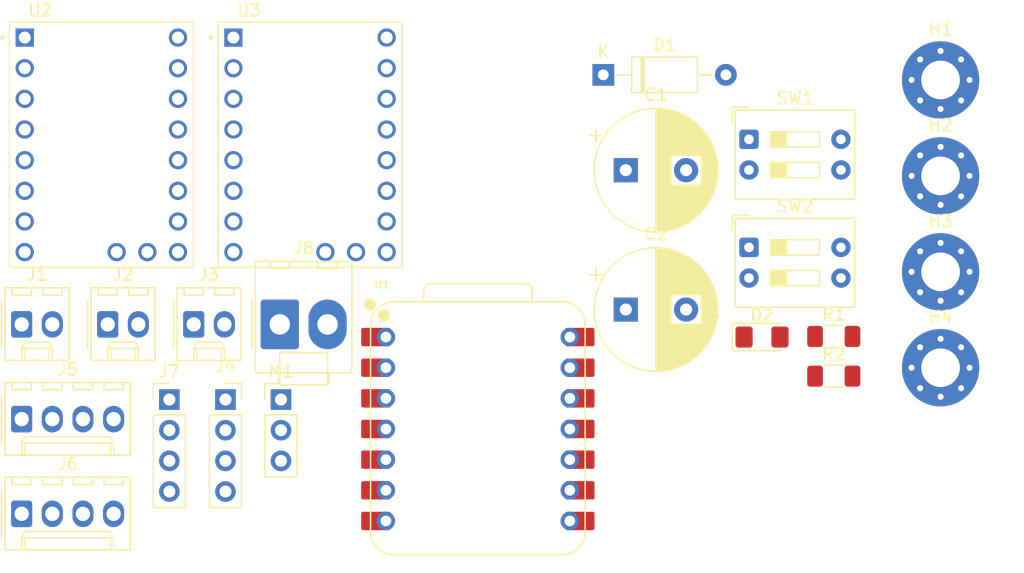
<source format=kicad_pcb>
(kicad_pcb (version 20241229) (generator "pcbnew") (generator_version "9.0")
  (layers (0 "F.Cu" signal) (2 "B.Cu" signal) (13 "F.Paste" user) (15 "B.Paste" user) (5 "F.SilkS" user "F.Silkscreen") (7 "B.SilkS" user "B.Silkscreen") (1 "F.Mask" user) (3 "B.Mask" user) (25 "Edge.Cuts" user))
  (net 0 "")
  (net 1 "SCL")
  (net 2 "SDA")
  (net 3 "Net-(J5-Pin_1)")
  (net 4 "Net-(J5-Pin_3)")
  (net 5 "Net-(J5-Pin_2)")
  (net 6 "Net-(J5-Pin_4)")
  (net 7 "Net-(J6-Pin_3)")
  (net 8 "Net-(J6-Pin_2)")
  (net 9 "Net-(J6-Pin_4)")
  (net 10 "Net-(J6-Pin_1)")
  (net 13 "Servo")
  (net 14 "StepG")
  (net 16 "StepD")
  (net 17 "DirD")
  (net 18 "EN")
  (net 19 "DirG")
  (net 30 "+5V")
  (net 31 "GND")
  (net 32 "Net-(D1-K)")
  (net 33 "Net-(D2-A)")
  (net 34 "switch_1")
  (net 35 "switch_2")
  (net 36 "+BATT")
  (net 37 "+3.3V")
  (net 38 "Net-(M1-PWM)")
  (net 39 "Net-(U2-MS2)")
  (net 40 "Net-(U2-MS1)")
  (net 41 "Net-(U3-MS2)")
  (net 42 "Net-(U3-MS1)")
  (footprint "MountingHole:MountingHole_3.2mm_M3_Pad_Via" (layer "F.Cu") (at 206.302944 89.402944)
    (property "Reference" "H2" (at 0 -4.2 0) (layer "F.SilkS"))
    (property "Value" "MountingHole_Pad")
    (pad "1" thru_hole circle (at -2.4 0) (size 0.8 0.8) (drill 0.5) (layers "*.Cu" "*.Mask") (net 31 "GND"))
    (pad "1" thru_hole circle (at -1.697056 -1.697056) (size 0.8 0.8) (drill 0.5) (layers "*.Cu" "*.Mask") (net 31 "GND"))
    (pad "1" thru_hole circle (at -1.697056 1.697056) (size 0.8 0.8) (drill 0.5) (layers "*.Cu" "*.Mask") (net 31 "GND"))
    (pad "1" thru_hole circle (at 0 -2.4) (size 0.8 0.8) (drill 0.5) (layers "*.Cu" "*.Mask") (net 31 "GND"))
    (pad "1" thru_hole circle (at 0 0) (size 6.4 6.4) (drill 3.2) (layers "*.Cu" "*.Mask") (net 31 "GND"))
    (pad "1" thru_hole circle (at 0 2.4) (size 0.8 0.8) (drill 0.5) (layers "*.Cu" "*.Mask") (net 31 "GND"))
    (pad "1" thru_hole circle (at 1.697056 -1.697056) (size 0.8 0.8) (drill 0.5) (layers "*.Cu" "*.Mask") (net 31 "GND"))
    (pad "1" thru_hole circle (at 1.697056 1.697056) (size 0.8 0.8) (drill 0.5) (layers "*.Cu" "*.Mask") (net 31 "GND"))
    (pad "1" thru_hole circle (at 2.4 0) (size 0.8 0.8) (drill 0.5) (layers "*.Cu" "*.Mask") (net 31 "GND"))
  )
  (footprint "Connector_PinHeader_2.54mm:PinHeader_1x04_P2.54mm_Vertical" (layer "F.Cu") (at 142.389 107.9405)
    (property "Reference" "J7" (at 0 -2.33 0) (layer "F.SilkS"))
    (property "Value" "SensorUltrasonic")
    (pad "1" thru_hole rect (at 0 0) (size 1.7 1.7) (drill 1) (layers "*.Cu" "*.Mask") (net 2 "SDA"))
    (pad "2" thru_hole oval (at 0 2.54) (size 1.7 1.7) (drill 1) (layers "*.Cu" "*.Mask") (net 1 "SCL"))
    (pad "3" thru_hole oval (at 0 5.08) (size 1.7 1.7) (drill 1) (layers "*.Cu" "*.Mask"))
    (pad "4" thru_hole oval (at 0 7.62) (size 1.7 1.7) (drill 1) (layers "*.Cu" "*.Mask"))
  )
  (footprint "Connector_Molex:Molex_KK-254_AE-6410-02A_1x02_P2.54mm_Vertical" (layer "F.Cu") (at 130.149 101.7105)
    (property "Reference" "J1" (at 1.27 -4.12 0) (layer "F.SilkS"))
    (property "Value" "Tirette")
    (pad "1" thru_hole roundrect (at 0 0) (size 1.74 2.19) (drill 1.19) (layers "*.Cu" "*.Mask") (roundrect_rratio 0.143678) (net 34 "switch_1"))
    (pad "2" thru_hole oval (at 2.54 0) (size 1.74 2.19) (drill 1.19) (layers "*.Cu" "*.Mask") (net 31 "GND"))
  )
  (footprint "Connector_Molex:Molex_KK-254_AE-6410-02A_1x02_P2.54mm_Vertical" (layer "F.Cu") (at 137.279 101.7105)
    (property "Reference" "J2" (at 1.27 -4.12 0) (layer "F.SilkS"))
    (property "Value" "Team")
    (pad "1" thru_hole roundrect (at 0 0) (size 1.74 2.19) (drill 1.19) (layers "*.Cu" "*.Mask") (roundrect_rratio 0.143678) (net 35 "switch_2"))
    (pad "2" thru_hole oval (at 2.54 0) (size 1.74 2.19) (drill 1.19) (layers "*.Cu" "*.Mask") (net 31 "GND"))
  )
  (footprint "MountingHole:MountingHole_3.2mm_M3_Pad_Via" (layer "F.Cu") (at 206.302944 81.452944)
    (property "Reference" "H1" (at 0 -4.2 0) (layer "F.SilkS"))
    (property "Value" "MountingHole_Pad")
    (pad "1" thru_hole circle (at -2.4 0) (size 0.8 0.8) (drill 0.5) (layers "*.Cu" "*.Mask") (net 31 "GND"))
    (pad "1" thru_hole circle (at -1.697056 -1.697056) (size 0.8 0.8) (drill 0.5) (layers "*.Cu" "*.Mask") (net 31 "GND"))
    (pad "1" thru_hole circle (at -1.697056 1.697056) (size 0.8 0.8) (drill 0.5) (layers "*.Cu" "*.Mask") (net 31 "GND"))
    (pad "1" thru_hole circle (at 0 -2.4) (size 0.8 0.8) (drill 0.5) (layers "*.Cu" "*.Mask") (net 31 "GND"))
    (pad "1" thru_hole circle (at 0 0) (size 6.4 6.4) (drill 3.2) (layers "*.Cu" "*.Mask") (net 31 "GND"))
    (pad "1" thru_hole circle (at 0 2.4) (size 0.8 0.8) (drill 0.5) (layers "*.Cu" "*.Mask") (net 31 "GND"))
    (pad "1" thru_hole circle (at 1.697056 -1.697056) (size 0.8 0.8) (drill 0.5) (layers "*.Cu" "*.Mask") (net 31 "GND"))
    (pad "1" thru_hole circle (at 1.697056 1.697056) (size 0.8 0.8) (drill 0.5) (layers "*.Cu" "*.Mask") (net 31 "GND"))
    (pad "1" thru_hole circle (at 2.4 0) (size 0.8 0.8) (drill 0.5) (layers "*.Cu" "*.Mask") (net 31 "GND"))
  )
  (footprint "Connector_Molex:Molex_KK-254_AE-6410-04A_1x04_P2.54mm_Vertical" (layer "F.Cu") (at 130.149 117.4105)
    (property "Reference" "J6" (at 3.81 -4.12 0) (layer "F.SilkS"))
    (property "Value" "Conn_01x04")
    (pad "1" thru_hole roundrect (at 0 0) (size 1.74 2.19) (drill 1.19) (layers "*.Cu" "*.Mask") (roundrect_rratio 0.143678) (net 10 "Net-(J6-Pin_1)"))
    (pad "2" thru_hole oval (at 2.54 0) (size 1.74 2.19) (drill 1.19) (layers "*.Cu" "*.Mask") (net 8 "Net-(J6-Pin_2)"))
    (pad "3" thru_hole oval (at 5.08 0) (size 1.74 2.19) (drill 1.19) (layers "*.Cu" "*.Mask") (net 7 "Net-(J6-Pin_3)"))
    (pad "4" thru_hole oval (at 7.62 0) (size 1.74 2.19) (drill 1.19) (layers "*.Cu" "*.Mask") (net 9 "Net-(J6-Pin_4)"))
  )
  (footprint "Button_Switch_THT:SW_DIP_SPSTx02_Slide_9.78x7.26mm_W7.62mm_P2.54mm" (layer "F.Cu") (at 190.425 95.33)
    (property "Reference" "SW2" (at 3.81 -3.42 0) (layer "F.SilkS"))
    (property "Value" "SW_DIP_x02")
    (pad "1" thru_hole roundrect (at 0 0) (size 1.6 1.6) (drill 0.8) (layers "*.Cu" "*.Mask") (roundrect_rratio 0.15625) (net 37 "+3.3V"))
    (pad "2" thru_hole circle (at 0 2.54) (size 1.6 1.6) (drill 0.8) (layers "*.Cu" "*.Mask") (net 37 "+3.3V"))
    (pad "3" thru_hole circle (at 7.62 2.54) (size 1.6 1.6) (drill 0.8) (layers "*.Cu" "*.Mask") (net 41 "Net-(U3-MS2)"))
    (pad "4" thru_hole circle (at 7.62 0) (size 1.6 1.6) (drill 0.8) (layers "*.Cu" "*.Mask") (net 42 "Net-(U3-MS1)"))
  )
  (footprint "Seeed Studio XIAO Series Library:XIAO-ESP32C6-DIP" (layer "F.Cu") (at 168 110.38)
    (property "Reference" "U1" (at -8 -12 0) (layer "F.SilkS") (effects (font (size 0.635 0.635) (thickness 0.1016))))
    (property "Value" "XIAO-ESP32-S3-DIP")
    (pad "1" smd roundrect (at -8.5 -7.62 180) (size 2.432 1.524) (layers "F.Cu" "F.Mask") (roundrect_rratio 0.1) (net 18 "EN"))
    (pad "1" thru_hole circle (at -7.665 -7.62 180) (size 1.524 1.524) (drill 0.889) (layers "*.Cu" "*.Mask") (net 18 "EN"))
    (pad "2" smd roundrect (at -8.5 -5.08 180) (size 2.432 1.524) (layers "F.Cu" "F.Mask") (roundrect_rratio 0.1) (net 14 "StepG"))
    (pad "2" thru_hole circle (at -7.665 -5.08 180) (size 1.524 1.524) (drill 0.889) (layers "*.Cu" "*.Mask") (net 14 "StepG"))
    (pad "3" smd roundrect (at -8.5 -2.54 180) (size 2.432 1.524) (layers "F.Cu" "F.Mask") (roundrect_rratio 0.1) (net 19 "DirG"))
    (pad "3" thru_hole circle (at -7.665 -2.54 180) (size 1.524 1.524) (drill 0.889) (layers "*.Cu" "*.Mask") (net 19 "DirG"))
    (pad "4" smd roundrect (at -8.5 0 180) (size 2.432 1.524) (layers "F.Cu" "F.Mask") (roundrect_rratio 0.1) (net 16 "StepD"))
    (pad "4" thru_hole circle (at -7.665 0 180) (size 1.524 1.524) (drill 0.889) (layers "*.Cu" "*.Mask") (net 16 "StepD"))
    (pad "5" smd roundrect (at -8.5 2.54 180) (size 2.432 1.524) (layers "F.Cu" "F.Mask") (roundrect_rratio 0.1) (net 2 "SDA"))
    (pad "5" thru_hole circle (at -7.665 2.54 180) (size 1.524 1.524) (drill 0.889) (layers "*.Cu" "*.Mask") (net 2 "SDA"))
    (pad "6" smd roundrect (at -8.5 5.08 180) (size 2.432 1.524) (layers "F.Cu" "F.Mask") (roundrect_rratio 0.1) (net 1 "SCL"))
    (pad "6" thru_hole circle (at -7.665 5.08 180) (size 1.524 1.524) (drill 0.889) (layers "*.Cu" "*.Mask") (net 1 "SCL"))
    (pad "7" smd roundrect (at -8.5 7.62 180) (size 2.432 1.524) (layers "F.Cu" "F.Mask") (roundrect_rratio 0.1) (net 17 "DirD"))
    (pad "7" thru_hole circle (at -7.665 7.62 180) (size 1.524 1.524) (drill 0.889) (layers "*.Cu" "*.Mask") (net 17 "DirD"))
    (pad "8" thru_hole circle (at 7.575 7.62) (size 1.524 1.524) (drill 0.889) (layers "*.Cu" "*.Mask") (net 13 "Servo"))
    (pad "8" smd roundrect (at 8.41 7.62) (size 2.432 1.524) (layers "F.Cu" "F.Mask") (roundrect_rratio 0.1) (net 13 "Servo"))
    (pad "9" thru_hole circle (at 7.575 5.08) (size 1.524 1.524) (drill 0.889) (layers "*.Cu" "*.Mask") (net 34 "switch_1"))
    (pad "9" smd roundrect (at 8.41 5.08) (size 2.432 1.524) (layers "F.Cu" "F.Mask") (roundrect_rratio 0.1) (net 34 "switch_1"))
    (pad "10" thru_hole circle (at 7.575 2.54) (size 1.524 1.524) (drill 0.889) (layers "*.Cu" "*.Mask") (net 35 "switch_2"))
    (pad "10" smd roundrect (at 8.41 2.54) (size 2.432 1.524) (layers "F.Cu" "F.Mask") (roundrect_rratio 0.1) (net 35 "switch_2"))
    (pad "11" thru_hole circle (at 7.575 0) (size 1.524 1.524) (drill 0.889) (layers "*.Cu" "*.Mask"))
    (pad "11" smd roundrect (at 8.41 0) (size 2.432 1.524) (layers "F.Cu" "F.Mask") (roundrect_rratio 0.1))
    (pad "12" thru_hole circle (at 7.575 -2.54) (size 1.524 1.524) (drill 0.889) (layers "*.Cu" "*.Mask") (net 37 "+3.3V"))
    (pad "12" smd roundrect (at 8.41 -2.54) (size 2.432 1.524) (layers "F.Cu" "F.Mask") (roundrect_rratio 0.1) (net 37 "+3.3V"))
    (pad "13" thru_hole circle (at 7.575 -5.08) (size 1.524 1.524) (drill 0.889) (layers "*.Cu" "*.Mask") (net 31 "GND"))
    (pad "13" smd roundrect (at 8.41 -5.08) (size 2.432 1.524) (layers "F.Cu" "F.Mask") (roundrect_rratio 0.1) (net 31 "GND"))
    (pad "14" thru_hole circle (at 7.575 -7.62) (size 1.524 1.524) (drill 0.889) (layers "*.Cu" "*.Mask") (net 32 "Net-(D1-K)"))
    (pad "14" smd roundrect (at 8.41 -7.62) (size 2.432 1.524) (layers "F.Cu" "F.Mask") (roundrect_rratio 0.1) (net 32 "Net-(D1-K)"))
  )
  (footprint "Connector_PinSocket_2.54mm:PinSocket_1x04_P2.54mm_Vertical" (layer "F.Cu") (at 147.039 107.9405)
    (property "Reference" "J4" (at 0 -2.77 0) (layer "F.SilkS"))
    (property "Value" "OledI2C")
    (pad "1" thru_hole rect (at 0 0) (size 1.7 1.7) (drill 1) (layers "*.Cu" "*.Mask") (net 2 "SDA"))
    (pad "2" thru_hole oval (at 0 2.54) (size 1.7 1.7) (drill 1) (layers "*.Cu" "*.Mask") (net 1 "SCL"))
    (pad "3" thru_hole oval (at 0 5.08) (size 1.7 1.7) (drill 1) (layers "*.Cu" "*.Mask") (net 37 "+3.3V"))
    (pad "4" thru_hole oval (at 0 7.62) (size 1.7 1.7) (drill 1) (layers "*.Cu" "*.Mask") (net 31 "GND"))
  )
  (footprint "TMC2209_SILENTSTEPSTICK:MODULE_TMC2209_SILENTSTEPSTICK" (layer "F.Cu") (at 154.049 86.8305)
    (property "Reference" "U3" (at -5.075 -11.155 0) (layer "F.SilkS"))
    (property "Value" "TMC2209_SILENTSTEPSTICK")
    (pad "1" thru_hole rect (at -6.35 -8.89) (size 1.508 1.508) (drill 1) (layers "*.Cu" "*.Mask") (net 31 "GND"))
    (pad "2" thru_hole circle (at -6.35 -6.35) (size 1.508 1.508) (drill 1) (layers "*.Cu" "*.Mask") (net 37 "+3.3V"))
    (pad "3" thru_hole circle (at -6.35 -3.81) (size 1.508 1.508) (drill 1) (layers "*.Cu" "*.Mask") (net 7 "Net-(J6-Pin_3)"))
    (pad "4" thru_hole circle (at -6.35 -1.27) (size 1.508 1.508) (drill 1) (layers "*.Cu" "*.Mask") (net 10 "Net-(J6-Pin_1)"))
    (pad "5" thru_hole circle (at -6.35 1.27) (size 1.508 1.508) (drill 1) (layers "*.Cu" "*.Mask") (net 8 "Net-(J6-Pin_2)"))
    (pad "6" thru_hole circle (at -6.35 3.81) (size 1.508 1.508) (drill 1) (layers "*.Cu" "*.Mask") (net 9 "Net-(J6-Pin_4)"))
    (pad "7" thru_hole circle (at -6.35 6.35) (size 1.508 1.508) (drill 1) (layers "*.Cu" "*.Mask") (net 31 "GND"))
    (pad "8" thru_hole circle (at -6.35 8.89) (size 1.508 1.508) (drill 1) (layers "*.Cu" "*.Mask") (net 30 "+5V"))
    (pad "9" thru_hole circle (at 6.35 -8.89) (size 1.508 1.508) (drill 1) (layers "*.Cu" "*.Mask") (net 17 "DirD"))
    (pad "10" thru_hole circle (at 6.35 -6.35) (size 1.508 1.508) (drill 1) (layers "*.Cu" "*.Mask") (net 16 "StepD"))
    (pad "11" thru_hole circle (at 6.35 -3.81) (size 1.508 1.508) (drill 1) (layers "*.Cu" "*.Mask"))
    (pad "12" thru_hole circle (at 6.35 -1.27) (size 1.508 1.508) (drill 1) (layers "*.Cu" "*.Mask"))
    (pad "13" thru_hole circle (at 6.35 1.27) (size 1.508 1.508) (drill 1) (layers "*.Cu" "*.Mask"))
    (pad "14" thru_hole circle (at 6.35 3.81) (size 1.508 1.508) (drill 1) (layers "*.Cu" "*.Mask") (net 41 "Net-(U3-MS2)"))
    (pad "15" thru_hole circle (at 6.35 6.35) (size 1.508 1.508) (drill 1) (layers "*.Cu" "*.Mask") (net 42 "Net-(U3-MS1)"))
    (pad "16" thru_hole circle (at 6.35 8.89) (size 1.508 1.508) (drill 1) (layers "*.Cu" "*.Mask") (net 18 "EN"))
    (pad "17" thru_hole circle (at 1.27 8.89) (size 1.508 1.508) (drill 1) (layers "*.Cu" "*.Mask"))
    (pad "18" thru_hole circle (at 3.81 8.89) (size 1.508 1.508) (drill 1) (layers "*.Cu" "*.Mask"))
  )
  (footprint "Connector_Molex:Molex_KK-254_AE-6410-04A_1x04_P2.54mm_Vertical" (layer "F.Cu") (at 130.149 109.5605)
    (property "Reference" "J5" (at 3.81 -4.12 0) (layer "F.SilkS"))
    (property "Value" "Conn_01x04")
    (pad "1" thru_hole roundrect (at 0 0) (size 1.74 2.19) (drill 1.19) (layers "*.Cu" "*.Mask") (roundrect_rratio 0.143678) (net 3 "Net-(J5-Pin_1)"))
    (pad "2" thru_hole oval (at 2.54 0) (size 1.74 2.19) (drill 1.19) (layers "*.Cu" "*.Mask") (net 5 "Net-(J5-Pin_2)"))
    (pad "3" thru_hole oval (at 5.08 0) (size 1.74 2.19) (drill 1.19) (layers "*.Cu" "*.Mask") (net 4 "Net-(J5-Pin_3)"))
    (pad "4" thru_hole oval (at 7.62 0) (size 1.74 2.19) (drill 1.19) (layers "*.Cu" "*.Mask") (net 6 "Net-(J5-Pin_4)"))
  )
  (footprint "Button_Switch_THT:SW_DIP_SPSTx02_Slide_9.78x7.26mm_W7.62mm_P2.54mm" (layer "F.Cu") (at 190.425 86.375)
    (property "Reference" "SW1" (at 3.81 -3.42 0) (layer "F.SilkS"))
    (property "Value" "SW_DIP_x02")
    (pad "1" thru_hole roundrect (at 0 0) (size 1.6 1.6) (drill 0.8) (layers "*.Cu" "*.Mask") (roundrect_rratio 0.15625) (net 37 "+3.3V"))
    (pad "2" thru_hole circle (at 0 2.54) (size 1.6 1.6) (drill 0.8) (layers "*.Cu" "*.Mask") (net 37 "+3.3V"))
    (pad "3" thru_hole circle (at 7.62 2.54) (size 1.6 1.6) (drill 0.8) (layers "*.Cu" "*.Mask") (net 39 "Net-(U2-MS2)"))
    (pad "4" thru_hole circle (at 7.62 0) (size 1.6 1.6) (drill 0.8) (layers "*.Cu" "*.Mask") (net 40 "Net-(U2-MS1)"))
  )
  (footprint "TMC2209_SILENTSTEPSTICK:MODULE_TMC2209_SILENTSTEPSTICK" (layer "F.Cu") (at 136.754 86.8305)
    (property "Reference" "U2" (at -5.075 -11.155 0) (layer "F.SilkS"))
    (property "Value" "TMC2209_SILENTSTEPSTICK")
    (pad "1" thru_hole rect (at -6.35 -8.89) (size 1.508 1.508) (drill 1) (layers "*.Cu" "*.Mask") (net 31 "GND"))
    (pad "2" thru_hole circle (at -6.35 -6.35) (size 1.508 1.508) (drill 1) (layers "*.Cu" "*.Mask") (net 37 "+3.3V"))
    (pad "3" thru_hole circle (at -6.35 -3.81) (size 1.508 1.508) (drill 1) (layers "*.Cu" "*.Mask") (net 4 "Net-(J5-Pin_3)"))
    (pad "4" thru_hole circle (at -6.35 -1.27) (size 1.508 1.508) (drill 1) (layers "*.Cu" "*.Mask") (net 3 "Net-(J5-Pin_1)"))
    (pad "5" thru_hole circle (at -6.35 1.27) (size 1.508 1.508) (drill 1) (layers "*.Cu" "*.Mask") (net 5 "Net-(J5-Pin_2)"))
    (pad "6" thru_hole circle (at -6.35 3.81) (size 1.508 1.508) (drill 1) (layers "*.Cu" "*.Mask") (net 6 "Net-(J5-Pin_4)"))
    (pad "7" thru_hole circle (at -6.35 6.35) (size 1.508 1.508) (drill 1) (layers "*.Cu" "*.Mask") (net 31 "GND"))
    (pad "8" thru_hole circle (at -6.35 8.89) (size 1.508 1.508) (drill 1) (layers "*.Cu" "*.Mask") (net 30 "+5V"))
    (pad "9" thru_hole circle (at 6.35 -8.89) (size 1.508 1.508) (drill 1) (layers "*.Cu" "*.Mask") (net 19 "DirG"))
    (pad "10" thru_hole circle (at 6.35 -6.35) (size 1.508 1.508) (drill 1) (layers "*.Cu" "*.Mask") (net 14 "StepG"))
    (pad "11" thru_hole circle (at 6.35 -3.81) (size 1.508 1.508) (drill 1) (layers "*.Cu" "*.Mask"))
    (pad "12" thru_hole circle (at 6.35 -1.27) (size 1.508 1.508) (drill 1) (layers "*.Cu" "*.Mask"))
    (pad "13" thru_hole circle (at 6.35 1.27) (size 1.508 1.508) (drill 1) (layers "*.Cu" "*.Mask"))
    (pad "14" thru_hole circle (at 6.35 3.81) (size 1.508 1.508) (drill 1) (layers "*.Cu" "*.Mask") (net 39 "Net-(U2-MS2)"))
    (pad "15" thru_hole circle (at 6.35 6.35) (size 1.508 1.508) (drill 1) (layers "*.Cu" "*.Mask") (net 40 "Net-(U2-MS1)"))
    (pad "16" thru_hole circle (at 6.35 8.89) (size 1.508 1.508) (drill 1) (layers "*.Cu" "*.Mask") (net 18 "EN"))
    (pad "17" thru_hole circle (at 1.27 8.89) (size 1.508 1.508) (drill 1) (layers "*.Cu" "*.Mask"))
    (pad "18" thru_hole circle (at 3.81 8.89) (size 1.508 1.508) (drill 1) (layers "*.Cu" "*.Mask"))
  )
  (footprint "MountingHole:MountingHole_3.2mm_M3_Pad_Via" (layer "F.Cu") (at 206.302944 105.302944)
    (property "Reference" "H4" (at 0 -4.2 0) (layer "F.SilkS"))
    (property "Value" "MountingHole_Pad")
    (pad "1" thru_hole circle (at -2.4 0) (size 0.8 0.8) (drill 0.5) (layers "*.Cu" "*.Mask") (net 31 "GND"))
    (pad "1" thru_hole circle (at -1.697056 -1.697056) (size 0.8 0.8) (drill 0.5) (layers "*.Cu" "*.Mask") (net 31 "GND"))
    (pad "1" thru_hole circle (at -1.697056 1.697056) (size 0.8 0.8) (drill 0.5) (layers "*.Cu" "*.Mask") (net 31 "GND"))
    (pad "1" thru_hole circle (at 0 -2.4) (size 0.8 0.8) (drill 0.5) (layers "*.Cu" "*.Mask") (net 31 "GND"))
    (pad "1" thru_hole circle (at 0 0) (size 6.4 6.4) (drill 3.2) (layers "*.Cu" "*.Mask") (net 31 "GND"))
    (pad "1" thru_hole circle (at 0 2.4) (size 0.8 0.8) (drill 0.5) (layers "*.Cu" "*.Mask") (net 31 "GND"))
    (pad "1" thru_hole circle (at 1.697056 -1.697056) (size 0.8 0.8) (drill 0.5) (layers "*.Cu" "*.Mask") (net 31 "GND"))
    (pad "1" thru_hole circle (at 1.697056 1.697056) (size 0.8 0.8) (drill 0.5) (layers "*.Cu" "*.Mask") (net 31 "GND"))
    (pad "1" thru_hole circle (at 2.4 0) (size 0.8 0.8) (drill 0.5) (layers "*.Cu" "*.Mask") (net 31 "GND"))
  )
  (footprint "Diode_THT:D_A-405_P10.16mm_Horizontal" (layer "F.Cu") (at 178.35 81.03)
    (property "Reference" "D1" (at 5.08 -2.47 0) (layer "F.SilkS"))
    (property "Value" "D_Schottky")
    (fp_text user "K" (at 0 -1.9 0) (layer "F.SilkS"))
    (pad "1" thru_hole rect (at 0 0) (size 1.8 1.8) (drill 0.9) (layers "*.Cu" "*.Mask") (net 32 "Net-(D1-K)"))
    (pad "2" thru_hole oval (at 10.16 0) (size 1.8 1.8) (drill 0.9) (layers "*.Cu" "*.Mask") (net 30 "+5V"))
  )
  (footprint "Connector_PinHeader_2.54mm:PinHeader_1x03_P2.54mm_Vertical" (layer "F.Cu") (at 151.639 107.9405)
    (property "Reference" "M1" (at 0 -2.33 0) (layer "F.SilkS"))
    (property "Value" "Motor_Servo")
    (pad "1" thru_hole rect (at 0 0) (size 1.7 1.7) (drill 1) (layers "*.Cu" "*.Mask") (net 38 "Net-(M1-PWM)"))
    (pad "2" thru_hole oval (at 0 2.54) (size 1.7 1.7) (drill 1) (layers "*.Cu" "*.Mask") (net 30 "+5V"))
    (pad "3" thru_hole oval (at 0 5.08) (size 1.7 1.7) (drill 1) (layers "*.Cu" "*.Mask") (net 31 "GND"))
  )
  (footprint "Capacitor_THT:CP_Radial_D10.0mm_P5.00mm" (layer "F.Cu") (at 180.214646 100.48)
    (property "Reference" "C2" (at 2.5 -6.25 0) (layer "F.SilkS"))
    (property "Value" "100µF")
    (pad "1" thru_hole rect (at 0 0) (size 2 2) (drill 1) (layers "*.Cu" "*.Mask") (net 30 "+5V"))
    (pad "2" thru_hole circle (at 5 0) (size 2 2) (drill 1) (layers "*.Cu" "*.Mask") (net 31 "GND"))
  )
  (footprint "Resistor_SMD:R_1206_3216Metric_Pad1.30x1.75mm_HandSolder" (layer "F.Cu") (at 197.45 106)
    (property "Reference" "R2" (at 0 -1.82 0) (layer "F.SilkS"))
    (property "Value" "1K")
    (pad "1" smd roundrect (at -1.55 0) (size 1.3 1.75) (layers "F.Cu" "F.Mask" "F.Paste") (roundrect_rratio 0.192308) (net 30 "+5V"))
    (pad "2" smd roundrect (at 1.55 0) (size 1.3 1.75) (layers "F.Cu" "F.Mask" "F.Paste") (roundrect_rratio 0.192308) (net 33 "Net-(D2-A)"))
  )
  (footprint "Resistor_SMD:R_1206_3216Metric_Pad1.30x1.75mm_HandSolder" (layer "F.Cu") (at 197.45 102.71)
    (property "Reference" "R1" (at 0 -1.82 0) (layer "F.SilkS"))
    (property "Value" "220")
    (pad "1" smd roundrect (at -1.55 0) (size 1.3 1.75) (layers "F.Cu" "F.Mask" "F.Paste") (roundrect_rratio 0.192308) (net 13 "Servo"))
    (pad "2" smd roundrect (at 1.55 0) (size 1.3 1.75) (layers "F.Cu" "F.Mask" "F.Paste") (roundrect_rratio 0.192308) (net 38 "Net-(M1-PWM)"))
  )
  (footprint "MountingHole:MountingHole_3.2mm_M3_Pad_Via" (layer "F.Cu") (at 206.302944 97.352944)
    (property "Reference" "H3" (at 0 -4.2 0) (layer "F.SilkS"))
    (property "Value" "MountingHole_Pad")
    (pad "1" thru_hole circle (at -2.4 0) (size 0.8 0.8) (drill 0.5) (layers "*.Cu" "*.Mask") (net 31 "GND"))
    (pad "1" thru_hole circle (at -1.697056 -1.697056) (size 0.8 0.8) (drill 0.5) (layers "*.Cu" "*.Mask") (net 31 "GND"))
    (pad "1" thru_hole circle (at -1.697056 1.697056) (size 0.8 0.8) (drill 0.5) (layers "*.Cu" "*.Mask") (net 31 "GND"))
    (pad "1" thru_hole circle (at 0 -2.4) (size 0.8 0.8) (drill 0.5) (layers "*.Cu" "*.Mask") (net 31 "GND"))
    (pad "1" thru_hole circle (at 0 0) (size 6.4 6.4) (drill 3.2) (layers "*.Cu" "*.Mask") (net 31 "GND"))
    (pad "1" thru_hole circle (at 0 2.4) (size 0.8 0.8) (drill 0.5) (layers "*.Cu" "*.Mask") (net 31 "GND"))
    (pad "1" thru_hole circle (at 1.697056 -1.697056) (size 0.8 0.8) (drill 0.5) (layers "*.Cu" "*.Mask") (net 31 "GND"))
    (pad "1" thru_hole circle (at 1.697056 1.697056) (size 0.8 0.8) (drill 0.5) (layers "*.Cu" "*.Mask") (net 31 "GND"))
    (pad "1" thru_hole circle (at 2.4 0) (size 0.8 0.8) (drill 0.5) (layers "*.Cu" "*.Mask") (net 31 "GND"))
  )
  (footprint "Connector_Molex:Molex_KK-396_A-41791-0002_1x02_P3.96mm_Vertical" (layer "F.Cu") (at 151.539 101.7105)
    (property "Reference" "J8" (at 1.98 -6.31 0) (layer "F.SilkS"))
    (property "Value" "ConBatt")
    (pad "1" thru_hole roundrect (at 0 0) (size 3.16 4.1) (drill 1.7) (layers "*.Cu" "*.Mask") (roundrect_rratio 0.079114) (net 36 "+BATT"))
    (pad "2" thru_hole oval (at 3.96 0) (size 3.16 4.1) (drill 1.7) (layers "*.Cu" "*.Mask") (net 31 "GND"))
  )
  (footprint "LED_SMD:LED_1206_3216Metric_Pad1.42x1.75mm_HandSolder" (layer "F.Cu") (at 191.505 102.76)
    (property "Reference" "D2" (at 0 -1.82 0) (layer "F.SilkS"))
    (property "Value" "LED_Small")
    (pad "1" smd roundrect (at -1.4875 0) (size 1.425 1.75) (layers "F.Cu" "F.Mask" "F.Paste") (roundrect_rratio 0.175439) (net 31 "GND"))
    (pad "2" smd roundrect (at 1.4875 0) (size 1.425 1.75) (layers "F.Cu" "F.Mask" "F.Paste") (roundrect_rratio 0.175439) (net 33 "Net-(D2-A)"))
  )
  (footprint "Connector_Molex:Molex_KK-254_AE-6410-02A_1x02_P2.54mm_Vertical" (layer "F.Cu") (at 144.409 101.7105)
    (property "Reference" "J3" (at 1.27 -4.12 0) (layer "F.SilkS"))
    (property "Value" "BAU")
    (pad "1" thru_hole roundrect (at 0 0) (size 1.74 2.19) (drill 1.19) (layers "*.Cu" "*.Mask") (roundrect_rratio 0.143678) (net 30 "+5V"))
    (pad "2" thru_hole oval (at 2.54 0) (size 1.74 2.19) (drill 1.19) (layers "*.Cu" "*.Mask") (net 36 "+BATT"))
  )
  (footprint "Capacitor_THT:CP_Radial_D10.0mm_P5.00mm" (layer "F.Cu") (at 180.214646 88.93)
    (property "Reference" "C1" (at 2.5 -6.25 0) (layer "F.SilkS"))
    (property "Value" "100µF")
    (pad "1" thru_hole rect (at 0 0) (size 2 2) (drill 1) (layers "*.Cu" "*.Mask") (net 30 "+5V"))
    (pad "2" thru_hole circle (at 5 0) (size 2 2) (drill 1) (layers "*.Cu" "*.Mask") (net 31 "GND"))
  )
)
</source>
